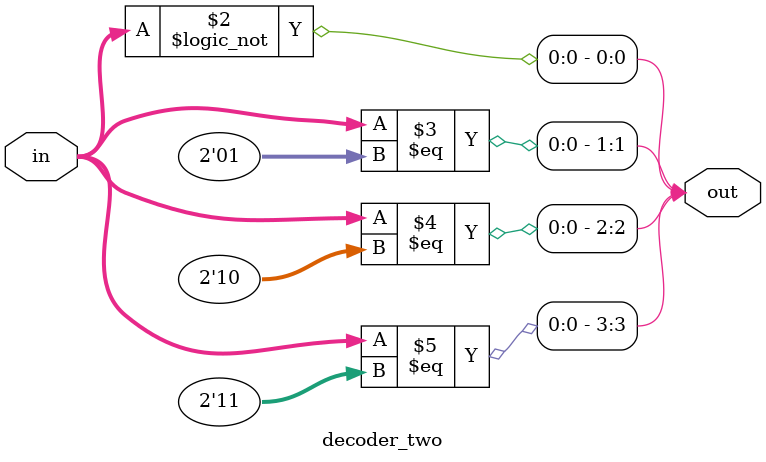
<source format=sv>
`timescale 1ns / 1ps


module decoder_two(
    input logic [1:0] in,
    output logic [3:0] out
    );
always_comb begin
out[0] = (in == 2'b00);
out[1] = (in == 2'b01);
out[2] = (in == 2'b10);
out[3] = (in == 2'b11);
end
endmodule

</source>
